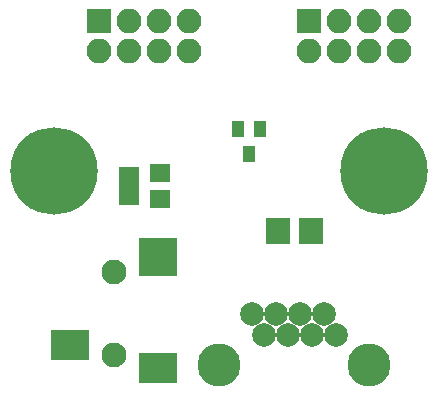
<source format=gbr>
G04 #@! TF.FileFunction,Soldermask,Top*
%FSLAX46Y46*%
G04 Gerber Fmt 4.6, Leading zero omitted, Abs format (unit mm)*
G04 Created by KiCad (PCBNEW 4.0.5) date 04/03/17 14:34:28*
%MOMM*%
%LPD*%
G01*
G04 APERTURE LIST*
%ADD10C,0.100000*%
%ADD11R,2.000200X2.203400*%
%ADD12R,3.194000X2.609800*%
%ADD13R,3.194000X3.194000*%
%ADD14C,2.101800*%
%ADD15C,3.650000*%
%ADD16C,2.000000*%
%ADD17R,2.100000X2.100000*%
%ADD18O,2.100000X2.100000*%
%ADD19R,1.800000X1.600000*%
%ADD20R,1.800000X3.200000*%
%ADD21R,0.999400X1.400800*%
%ADD22C,7.400000*%
G04 APERTURE END LIST*
D10*
D11*
X52197000Y-49530000D03*
X49403000Y-49530000D03*
D12*
X31851600Y-59105800D03*
D13*
X39268400Y-51714400D03*
D12*
X39268400Y-61112400D03*
D14*
X35560000Y-52984400D03*
X35560000Y-59994800D03*
D15*
X44450000Y-60840000D03*
X57150000Y-60840000D03*
D16*
X50300000Y-58300000D03*
X52330000Y-58300000D03*
X49270000Y-56520000D03*
X51300000Y-56520000D03*
X47240000Y-56520000D03*
X48270000Y-58300000D03*
X53330000Y-56520000D03*
X54360000Y-58300000D03*
D17*
X52070000Y-31750000D03*
D18*
X52070000Y-34290000D03*
X54610000Y-31750000D03*
X54610000Y-34290000D03*
X57150000Y-31750000D03*
X57150000Y-34290000D03*
X59690000Y-31750000D03*
X59690000Y-34290000D03*
D17*
X34290000Y-31750000D03*
D18*
X34290000Y-34290000D03*
X36830000Y-31750000D03*
X36830000Y-34290000D03*
X39370000Y-31750000D03*
X39370000Y-34290000D03*
X41910000Y-31750000D03*
X41910000Y-34290000D03*
D19*
X39430000Y-46820000D03*
X39430000Y-44620000D03*
D20*
X36830000Y-45720000D03*
D21*
X47942500Y-40853400D03*
X46990000Y-42966600D03*
X46037500Y-40853400D03*
D22*
X58420000Y-44450000D03*
X30480000Y-44450000D03*
M02*

</source>
